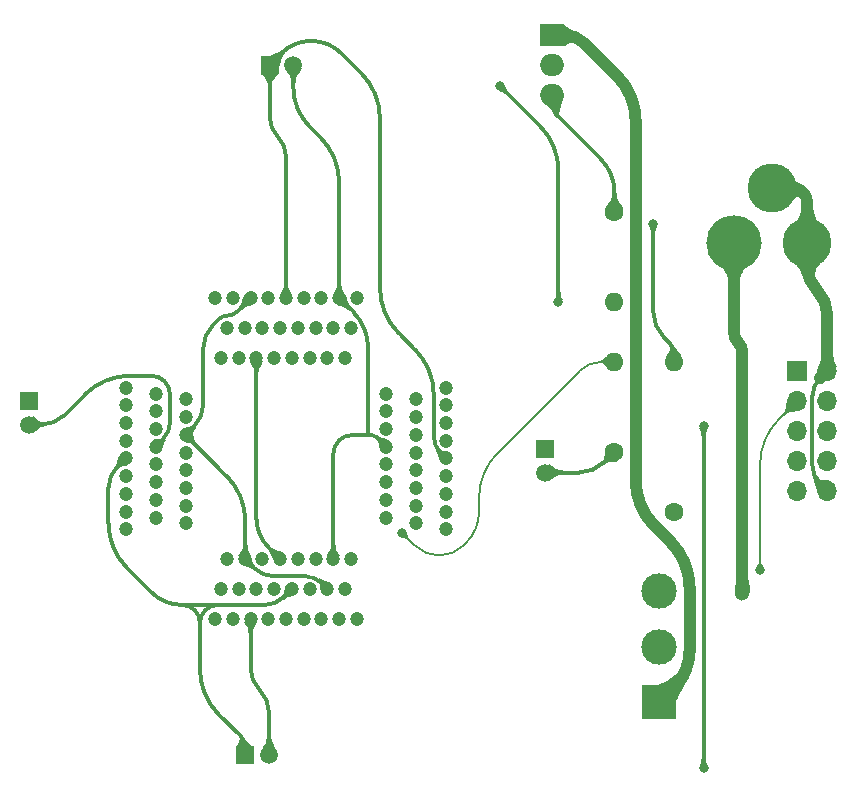
<source format=gbl>
%TF.GenerationSoftware,KiCad,Pcbnew,8.0.7*%
%TF.CreationDate,2025-02-09T12:46:03+02:00*%
%TF.ProjectId,EPM570 Programmer,45504d35-3730-4205-9072-6f6772616d6d,V0*%
%TF.SameCoordinates,Original*%
%TF.FileFunction,Copper,L2,Bot*%
%TF.FilePolarity,Positive*%
%FSLAX46Y46*%
G04 Gerber Fmt 4.6, Leading zero omitted, Abs format (unit mm)*
G04 Created by KiCad (PCBNEW 8.0.7) date 2025-02-09 12:46:03*
%MOMM*%
%LPD*%
G01*
G04 APERTURE LIST*
%TA.AperFunction,ComponentPad*%
%ADD10R,1.500000X1.500000*%
%TD*%
%TA.AperFunction,ComponentPad*%
%ADD11C,1.500000*%
%TD*%
%TA.AperFunction,ComponentPad*%
%ADD12C,4.700000*%
%TD*%
%TA.AperFunction,ComponentPad*%
%ADD13C,4.150000*%
%TD*%
%TA.AperFunction,ComponentPad*%
%ADD14R,3.000000X3.000000*%
%TD*%
%TA.AperFunction,ComponentPad*%
%ADD15C,3.000000*%
%TD*%
%TA.AperFunction,ComponentPad*%
%ADD16R,2.000000X1.905000*%
%TD*%
%TA.AperFunction,ComponentPad*%
%ADD17O,2.000000X1.905000*%
%TD*%
%TA.AperFunction,ComponentPad*%
%ADD18C,1.600000*%
%TD*%
%TA.AperFunction,ComponentPad*%
%ADD19O,1.600000X1.600000*%
%TD*%
%TA.AperFunction,ComponentPad*%
%ADD20R,1.700000X1.700000*%
%TD*%
%TA.AperFunction,ComponentPad*%
%ADD21O,1.700000X1.700000*%
%TD*%
%TA.AperFunction,ComponentPad*%
%ADD22C,1.200000*%
%TD*%
%TA.AperFunction,ViaPad*%
%ADD23C,0.800000*%
%TD*%
%TA.AperFunction,ViaPad*%
%ADD24C,1.300000*%
%TD*%
%TA.AperFunction,Conductor*%
%ADD25C,0.380000*%
%TD*%
%TA.AperFunction,Conductor*%
%ADD26C,1.000000*%
%TD*%
%TA.AperFunction,Conductor*%
%ADD27C,0.200000*%
%TD*%
G04 APERTURE END LIST*
D10*
%TO.P,C1,1*%
%TO.N,/VCCINT*%
X10356000Y20320000D03*
D11*
%TO.P,C1,2*%
%TO.N,/GND*%
X12356000Y20320000D03*
%TD*%
D12*
%TO.P,J2,INNER,VCC*%
%TO.N,/12V Socket*%
X49657000Y5207000D03*
D13*
%TO.P,J2,SHL1,GND*%
%TO.N,/GND*%
X52857000Y9907000D03*
%TO.P,J2,SHL2,GND*%
X55857000Y5207000D03*
%TD*%
D14*
%TO.P,S2,1,P1*%
%TO.N,/12V*%
X43344000Y-33638000D03*
D15*
%TO.P,S2,2,CM*%
%TO.N,/12V Socket*%
X43344000Y-28939000D03*
%TO.P,S2,3,P2*%
%TO.N,unconnected-(S2-P2-Pad3)*%
X43344000Y-24240000D03*
%TD*%
D16*
%TO.P,U1,1,IN*%
%TO.N,/12V*%
X34290000Y22860000D03*
D17*
%TO.P,U1,2,GND*%
%TO.N,/GND*%
X34290000Y20320000D03*
%TO.P,U1,3,OUT*%
%TO.N,/5V*%
X34290000Y17780000D03*
%TD*%
D18*
%TO.P,R1,1*%
%TO.N,Net-(J3-Pin_4)*%
X44614000Y-17509000D03*
D19*
%TO.P,R1,2*%
%TO.N,/5V*%
X44614000Y-4809000D03*
%TD*%
D10*
%TO.P,C3,1*%
%TO.N,/VCCIO*%
X33692000Y-12191000D03*
D11*
%TO.P,C3,2*%
%TO.N,/GND*%
X33692000Y-14191000D03*
%TD*%
D20*
%TO.P,J3,1,Pin_1*%
%TO.N,/TCK*%
X55028000Y-5571000D03*
D21*
%TO.P,J3,2,Pin_2*%
%TO.N,/GND*%
X57568000Y-5571000D03*
%TO.P,J3,3,Pin_3*%
%TO.N,/TDO*%
X55028000Y-8111000D03*
%TO.P,J3,4,Pin_4*%
%TO.N,Net-(J3-Pin_4)*%
X57568000Y-8111000D03*
%TO.P,J3,5,Pin_5*%
%TO.N,/TMS*%
X55028000Y-10651000D03*
%TO.P,J3,6,Pin_6*%
%TO.N,unconnected-(J3-Pin_6-Pad6)*%
X57568000Y-10651000D03*
%TO.P,J3,7,Pin_7*%
%TO.N,unconnected-(J3-Pin_7-Pad7)*%
X55028000Y-13191000D03*
%TO.P,J3,8,Pin_8*%
%TO.N,unconnected-(J3-Pin_8-Pad8)*%
X57568000Y-13191000D03*
%TO.P,J3,9,Pin_9*%
%TO.N,/TDI*%
X55028000Y-15731000D03*
%TO.P,J3,10,Pin_10*%
%TO.N,/GND*%
X57568000Y-15731000D03*
%TD*%
D18*
%TO.P,R2,1*%
%TO.N,/GND*%
X39534000Y-12429000D03*
D19*
%TO.P,R2,2*%
%TO.N,/TCK*%
X39534000Y-4809000D03*
%TD*%
D18*
%TO.P,R3,1*%
%TO.N,/5V*%
X39534000Y7891000D03*
D19*
%TO.P,R3,2*%
%TO.N,/TMS*%
X39534000Y271000D03*
%TD*%
D22*
%TO.P,J1,1,1*%
%TO.N,/IO1*%
X-1850000Y-7000000D03*
%TO.P,J1,2,2*%
%TO.N,/IO2*%
X690000Y-7500000D03*
%TO.P,J1,3,3*%
%TO.N,/IO3*%
X3230000Y-8000000D03*
%TO.P,J1,4,4*%
%TO.N,/IO4*%
X-1850000Y-8500000D03*
%TO.P,J1,5,5*%
%TO.N,/IO5*%
X690000Y-9000000D03*
%TO.P,J1,6,6*%
%TO.N,/IO6*%
X3230000Y-9500000D03*
%TO.P,J1,7,7*%
%TO.N,/IO7*%
X-1850000Y-10000000D03*
%TO.P,J1,8,8*%
%TO.N,/IO8*%
X690000Y-10500000D03*
%TO.P,J1,9,9*%
%TO.N,/VCCIO*%
X3230000Y-11000000D03*
%TO.P,J1,10,10*%
%TO.N,/GND*%
X-1850000Y-11500000D03*
%TO.P,J1,11,11*%
X690000Y-12000000D03*
%TO.P,J1,12,12*%
%TO.N,/IO12{slash}GCLK0*%
X3230000Y-12500000D03*
%TO.P,J1,13,13*%
%TO.N,/VCCINT*%
X-1850000Y-13000000D03*
%TO.P,J1,14,14*%
%TO.N,/IO14{slash}GCLK1*%
X690000Y-13500000D03*
%TO.P,J1,15,15*%
%TO.N,/IO15*%
X3230000Y-14000000D03*
%TO.P,J1,16,16*%
%TO.N,/IO16*%
X-1850000Y-14500000D03*
%TO.P,J1,17,17*%
%TO.N,/IO17*%
X690000Y-15000000D03*
%TO.P,J1,18,18*%
%TO.N,/IO18*%
X3230000Y-15500000D03*
%TO.P,J1,19,19*%
%TO.N,/IO19*%
X-1850000Y-16000000D03*
%TO.P,J1,20,20*%
%TO.N,/IO20*%
X690000Y-16500000D03*
%TO.P,J1,21,21*%
%TO.N,/IO21*%
X3230000Y-17000000D03*
%TO.P,J1,22,22*%
%TO.N,/TMS*%
X-1850000Y-17500000D03*
%TO.P,J1,23,23*%
%TO.N,/TDI*%
X690000Y-18000000D03*
%TO.P,J1,24,24*%
%TO.N,/TCK*%
X3230000Y-18500000D03*
%TO.P,J1,25,25*%
%TO.N,/TDO*%
X-1850000Y-19000000D03*
%TO.P,J1,26,26*%
%TO.N,/IO26*%
X5730000Y-26580000D03*
%TO.P,J1,27,27*%
%TO.N,/IO27*%
X6230000Y-24040000D03*
%TO.P,J1,28,28*%
%TO.N,/IO28*%
X6730000Y-21500000D03*
%TO.P,J1,29,29*%
%TO.N,/IO29*%
X7230000Y-26580000D03*
%TO.P,J1,30,30*%
%TO.N,/IO30*%
X7730000Y-24040000D03*
%TO.P,J1,31,31*%
%TO.N,/VCCIO*%
X8230000Y-21500000D03*
%TO.P,J1,32,32*%
%TO.N,/GND*%
X8730000Y-26580000D03*
%TO.P,J1,33,33*%
%TO.N,/IO33*%
X9230000Y-24040000D03*
%TO.P,J1,34,34*%
%TO.N,/IO34*%
X9730000Y-21500000D03*
%TO.P,J1,35,35*%
%TO.N,/IO35*%
X10230000Y-26580000D03*
%TO.P,J1,36,36*%
%TO.N,/IO36*%
X10730000Y-24040000D03*
%TO.P,J1,37,37*%
%TO.N,/GND*%
X11230000Y-21500000D03*
%TO.P,J1,38,38*%
%TO.N,/IO38*%
X11730000Y-26580000D03*
%TO.P,J1,39,39*%
%TO.N,/VCCINT*%
X12230000Y-24040000D03*
%TO.P,J1,40,40*%
%TO.N,/IO40*%
X12730000Y-21500000D03*
%TO.P,J1,41,41*%
%TO.N,/IO41*%
X13230000Y-26580000D03*
%TO.P,J1,42,42*%
%TO.N,/IO42*%
X13730000Y-24040000D03*
%TO.P,J1,43,43*%
%TO.N,/IO43{slash}DEV OE*%
X14230000Y-21500000D03*
%TO.P,J1,44,44*%
%TO.N,/IO44{slash}DEV CLR*%
X14730000Y-26580000D03*
%TO.P,J1,45,45*%
%TO.N,/VCCIO*%
X15230000Y-24040000D03*
%TO.P,J1,46,46*%
%TO.N,/GND*%
X15730000Y-21500000D03*
%TO.P,J1,47,47*%
%TO.N,/IO47*%
X16230000Y-26580000D03*
%TO.P,J1,48,48*%
%TO.N,/IO48*%
X16730000Y-24040000D03*
%TO.P,J1,49,49*%
%TO.N,/IO49*%
X17230000Y-21500000D03*
%TO.P,J1,50,50*%
%TO.N,/IO50*%
X17730000Y-26580000D03*
%TO.P,J1,51,51*%
%TO.N,/IO51*%
X25310000Y-19000000D03*
%TO.P,J1,52,52*%
%TO.N,/IO52*%
X22770000Y-18500000D03*
%TO.P,J1,53,53*%
%TO.N,/IO53*%
X20230000Y-18000000D03*
%TO.P,J1,54,54*%
%TO.N,/IO54*%
X25310000Y-17500000D03*
%TO.P,J1,55,55*%
%TO.N,/IO55*%
X22770000Y-17000000D03*
%TO.P,J1,56,56*%
%TO.N,/IO56*%
X20230000Y-16500000D03*
%TO.P,J1,57,57*%
%TO.N,/IO57*%
X25310000Y-16000000D03*
%TO.P,J1,58,58*%
%TO.N,/IO58*%
X22770000Y-15500000D03*
%TO.P,J1,59,59*%
%TO.N,/VCCIO*%
X20230000Y-15000000D03*
%TO.P,J1,60,60*%
%TO.N,/GND*%
X25310000Y-14500000D03*
%TO.P,J1,61,61*%
%TO.N,/IO61*%
X22770000Y-14000000D03*
%TO.P,J1,62,62*%
%TO.N,/IO62{slash}GCLK2*%
X20230000Y-13500000D03*
%TO.P,J1,63,63*%
%TO.N,/VCCINT*%
X25310000Y-13000000D03*
%TO.P,J1,64,64*%
%TO.N,/IO64{slash}GCLK3*%
X22770000Y-12500000D03*
%TO.P,J1,65,65*%
%TO.N,/GND*%
X20230000Y-12000000D03*
%TO.P,J1,66,66*%
%TO.N,/IO66*%
X25310000Y-11500000D03*
%TO.P,J1,67,67*%
%TO.N,/IO67*%
X22770000Y-11000000D03*
%TO.P,J1,68,68*%
%TO.N,/IO68*%
X20230000Y-10500000D03*
%TO.P,J1,69,69*%
%TO.N,/IO69*%
X25310000Y-10000000D03*
%TO.P,J1,70,70*%
%TO.N,/IO70*%
X22770000Y-9500000D03*
%TO.P,J1,71,71*%
%TO.N,/IO71*%
X20230000Y-9000000D03*
%TO.P,J1,72,72*%
%TO.N,/IO72*%
X25310000Y-8500000D03*
%TO.P,J1,73,73*%
%TO.N,/IO73*%
X22770000Y-8000000D03*
%TO.P,J1,74,74*%
%TO.N,/IO74*%
X20230000Y-7500000D03*
%TO.P,J1,75,75*%
%TO.N,/IO75*%
X25310000Y-7000000D03*
%TO.P,J1,76,76*%
%TO.N,/IO76*%
X17730000Y580000D03*
%TO.P,J1,77,77*%
%TO.N,/IO77*%
X17230000Y-1960000D03*
%TO.P,J1,78,78*%
%TO.N,/IO78*%
X16730000Y-4500000D03*
%TO.P,J1,79,79*%
%TO.N,/GND*%
X16230000Y580000D03*
%TO.P,J1,80,80*%
%TO.N,/VCCIO*%
X15730000Y-1960000D03*
%TO.P,J1,81,81*%
%TO.N,/IO81*%
X15230000Y-4500000D03*
%TO.P,J1,82,82*%
%TO.N,/IO82*%
X14730000Y580000D03*
%TO.P,J1,83,83*%
%TO.N,/IO83*%
X14230000Y-1960000D03*
%TO.P,J1,84,84*%
%TO.N,/IO84*%
X13730000Y-4500000D03*
%TO.P,J1,85,85*%
%TO.N,/IO85*%
X13230000Y580000D03*
%TO.P,J1,86,86*%
%TO.N,/IO86*%
X12730000Y-1960000D03*
%TO.P,J1,87,87*%
%TO.N,/IO87*%
X12230000Y-4500000D03*
%TO.P,J1,88,88*%
%TO.N,/VCCINT*%
X11730000Y580000D03*
%TO.P,J1,89,89*%
%TO.N,/IO89*%
X11230000Y-1960000D03*
%TO.P,J1,90,90*%
%TO.N,/IO90*%
X10730000Y-4500000D03*
%TO.P,J1,91,91*%
%TO.N,/IO91*%
X10230000Y580000D03*
%TO.P,J1,92,92*%
%TO.N,/IO92*%
X9730000Y-1960000D03*
%TO.P,J1,93,93*%
%TO.N,/GND*%
X9230000Y-4500000D03*
%TO.P,J1,94,94*%
%TO.N,/VCCIO*%
X8730000Y580000D03*
%TO.P,J1,95,95*%
%TO.N,/IO95*%
X8230000Y-1960000D03*
%TO.P,J1,96,96*%
%TO.N,/IO96*%
X7730000Y-4500000D03*
%TO.P,J1,97,97*%
%TO.N,/IO97*%
X7230000Y580000D03*
%TO.P,J1,98,98*%
%TO.N,/IO98*%
X6730000Y-1960000D03*
%TO.P,J1,99,99*%
%TO.N,/IO99*%
X6230000Y-4500000D03*
%TO.P,J1,100,100*%
%TO.N,/IO100*%
X5730000Y580000D03*
%TD*%
D10*
%TO.P,C2,1*%
%TO.N,/VCCINT*%
X8292000Y-38083000D03*
D11*
%TO.P,C2,2*%
%TO.N,/GND*%
X10292000Y-38083000D03*
%TD*%
D10*
%TO.P,C4,1*%
%TO.N,/VCCIO*%
X-9996000Y-8127000D03*
D11*
%TO.P,C4,2*%
%TO.N,/GND*%
X-9996000Y-10127000D03*
%TD*%
D23*
%TO.N,/3.3V*%
X29845000Y18542000D03*
X34798000Y254000D03*
X47085700Y-10287000D03*
%TO.N,/TDO*%
X51862000Y-22438300D03*
%TO.N,/TCK*%
X21542400Y-19287800D03*
%TO.N,/3.3V*%
X47085700Y-39224700D03*
%TO.N,/5V*%
X42813900Y6887400D03*
D24*
%TO.N,/12V Socket*%
X50376500Y-24385200D03*
%TD*%
D25*
%TO.N,/3.3V*%
X33204207Y15182792D02*
G75*
G02*
X34798010Y11335036I-3847807J-3847792D01*
G01*
%TO.N,/5V*%
X34290000Y17107900D02*
G75*
G03*
X34765245Y15960552I1622600J0D01*
G01*
X44192670Y-3195970D02*
G75*
G02*
X44614038Y-4213150I-1017170J-1017230D01*
G01*
X38366990Y12358809D02*
G75*
G02*
X39534005Y9541400I-2817390J-2817409D01*
G01*
X42813900Y-544337D02*
G75*
G03*
X43713961Y-2717239I3073000J37D01*
G01*
%TO.N,/VCCINT*%
X24243800Y-11179882D02*
G75*
G03*
X24776895Y-12466905I1820100J-18D01*
G01*
X10356000Y15888564D02*
G75*
G03*
X11043001Y14230001I2345550J-4D01*
G01*
X11550000Y-24720000D02*
G75*
G02*
X9908334Y-25400014I-1641700J1641700D01*
G01*
X7888348Y-36537648D02*
G75*
G02*
X8292022Y-37512150I-974548J-974552D01*
G01*
X19685000Y1445363D02*
G75*
G03*
X21278790Y-2402394I5441550J-3D01*
G01*
X4445000Y-26924000D02*
G75*
G03*
X2921000Y-25400000I-1524000J0D01*
G01*
X5969000Y-25400000D02*
G75*
G03*
X4445000Y-26924000I0J-1524000D01*
G01*
X-2576000Y-13726000D02*
G75*
G03*
X-3302000Y-15478719I1752726J-1752722D01*
G01*
X4445000Y-30840336D02*
G75*
G03*
X6038792Y-34688092I5441552J1D01*
G01*
X16420235Y21298764D02*
G75*
G03*
X13877500Y22351991I-2542735J-2542764D01*
G01*
X-3302000Y-18447036D02*
G75*
G03*
X-1708206Y-22294791I5441560J6D01*
G01*
X11043000Y14230000D02*
G75*
G02*
X11730015Y12571435I-1658600J-1658600D01*
G01*
X18091207Y19627792D02*
G75*
G02*
X19685001Y15780036I-3847767J-3847762D01*
G01*
X13824840Y22352000D02*
G75*
G03*
X11372000Y21336000I0J-3468840D01*
G01*
X22650007Y-3773607D02*
G75*
G02*
X24243811Y-7621363I-3847807J-3847793D01*
G01*
X319369Y-24322369D02*
G75*
G03*
X2921000Y-25399998I2601631J2601639D01*
G01*
X2921000Y-25400000D02*
X5969000Y-25400000D01*
%TO.N,/GND*%
X14636206Y14192792D02*
G75*
G02*
X16230003Y10345036I-3847756J-3847762D01*
G01*
X9230000Y-18085786D02*
G75*
G03*
X10229999Y-20500001I3414210J-4D01*
G01*
D26*
X55487000Y9537000D02*
G75*
G03*
X54593740Y9907017I-893300J-893300D01*
G01*
D25*
X-1450036Y-5990000D02*
G75*
G03*
X-5297792Y-7583792I1J-5441552D01*
G01*
D26*
X55487000Y9537000D02*
G75*
G02*
X55857017Y8643740I-893300J-893300D01*
G01*
X56712500Y1199500D02*
G75*
G02*
X57568017Y-865859I-2065400J-2065400D01*
G01*
D25*
X19439577Y-11209577D02*
G75*
G03*
X18953650Y-11008334I-485877J-485923D01*
G01*
X9511000Y-32625000D02*
G75*
G02*
X10292000Y-34510500I-1885500J-1885500D01*
G01*
X8730000Y-30739499D02*
G75*
G03*
X9511000Y-32625000I2666500J-1D01*
G01*
X18384350Y-11008300D02*
G75*
G03*
X18669000Y-10723650I-50J284700D01*
G01*
X18669000Y-10723650D02*
G75*
G03*
X18953650Y-11008300I284700J50D01*
G01*
X17347825Y-11008300D02*
G75*
G03*
X16203843Y-11482143I-25J-1617800D01*
G01*
X1441900Y-6453100D02*
G75*
G02*
X1904999Y-7571122I-1118020J-1118020D01*
G01*
X1441900Y-6453100D02*
G75*
G03*
X323877Y-5990001I-1118020J-1118020D01*
G01*
X17449500Y-639500D02*
G75*
G02*
X18668986Y-3583633I-2944100J-2944100D01*
G01*
X16203850Y-11482150D02*
G75*
G03*
X15730010Y-12626125I1143950J-1143950D01*
G01*
D26*
X55857000Y3264859D02*
G75*
G03*
X56712512Y1199512I2920900J41D01*
G01*
D25*
X12356000Y18396500D02*
G75*
G03*
X13716128Y15112889I4643700J0D01*
G01*
D26*
X57568000Y-4672974D02*
G75*
G02*
X56933008Y-6206008I-2168000J-26D01*
G01*
D25*
X56298000Y-13562974D02*
G75*
G03*
X56932992Y-15096008I2168000J-26D01*
G01*
X56933000Y-6206000D02*
G75*
G03*
X56298011Y-7739025I1533000J-1533000D01*
G01*
X38653000Y-13310000D02*
G75*
G02*
X36526077Y-14190991I-2126900J2126900D01*
G01*
X1905000Y-9925865D02*
G75*
G02*
X1297500Y-11392500I-2074146J4D01*
G01*
X-7079092Y-9365092D02*
G75*
G02*
X-8918500Y-10127000I-1839410J1839411D01*
G01*
X18953650Y-11008300D02*
X18384350Y-11008300D01*
D26*
X55857000Y6783000D02*
X55857000Y3631000D01*
D25*
%TO.N,/VCCIO*%
X14697600Y-23507600D02*
G75*
G03*
X13412272Y-22975211I-1285300J-1285300D01*
G01*
X6686107Y-14456107D02*
G75*
G02*
X8279904Y-18303863I-3847757J-3847763D01*
G01*
X6806800Y-893800D02*
G75*
G03*
X6039636Y-1211583I0J-1084900D01*
G01*
X8992550Y-22262550D02*
G75*
G03*
X10713039Y-22975200I1720490J1720490D01*
G01*
X7573973Y-576026D02*
G75*
G02*
X6806800Y-893813I-767173J767126D01*
G01*
X4711300Y-8471262D02*
G75*
G02*
X3970649Y-10259349I-2528740J2D01*
G01*
X5534350Y-1716850D02*
G75*
G03*
X4711304Y-3703868I1987010J-1987010D01*
G01*
D26*
%TO.N,/12V*%
X41335700Y-14857936D02*
G75*
G03*
X42929490Y-18705694I5441550J-4D01*
G01*
X36999407Y22152292D02*
G75*
G03*
X35290850Y22860025I-1708607J-1708592D01*
G01*
X44300207Y-20076407D02*
G75*
G02*
X45894011Y-23924163I-3847807J-3847793D01*
G01*
X45894000Y-29284877D02*
G75*
G02*
X44619007Y-32363007I-4353100J-23D01*
G01*
X39741907Y19409792D02*
G75*
G02*
X41335710Y15562036I-3847807J-3847792D01*
G01*
%TO.N,/12V Socket*%
X49657000Y-2327736D02*
G75*
G03*
X50016761Y-3196239I1228300J36D01*
G01*
X50016750Y-3196250D02*
G75*
G02*
X50376515Y-4064763I-868550J-868550D01*
G01*
D27*
%TO.N,/TCK*%
X38444500Y-4809000D02*
G75*
G03*
X36584605Y-5579390I0J-2630300D01*
G01*
X26772225Y-20344774D02*
G75*
G02*
X24685800Y-21208985I-2086425J2086474D01*
G01*
X22599374Y-20344774D02*
G75*
G03*
X24685800Y-21208986I2086426J2086474D01*
G01*
X29660792Y-12503207D02*
G75*
G03*
X28066959Y-16350963I3847708J-3847793D01*
G01*
X28067000Y-17523356D02*
G75*
G02*
X26987503Y-20129503I-3685650J-4D01*
G01*
%TO.N,/TDO*%
X53445000Y-9694000D02*
G75*
G03*
X51862000Y-13515700I3821700J-3821700D01*
G01*
D25*
%TO.N,/3.3V*%
X33204207Y15182792D02*
X29845000Y18542000D01*
X34798000Y254000D02*
X34798000Y11335036D01*
X47085700Y-10287000D02*
X47085700Y-39224700D01*
%TO.N,/VCCIO*%
X7573973Y-576026D02*
X8730000Y580000D01*
X14697600Y-23507600D02*
X15230000Y-24040000D01*
X6039626Y-1211573D02*
X5534350Y-1716850D01*
X6686107Y-14456107D02*
X3230000Y-11000000D01*
X4711300Y-8471262D02*
X4711300Y-3703868D01*
X3230000Y-11000000D02*
X3970650Y-10259350D01*
X8992550Y-22262550D02*
X8279900Y-21549900D01*
X13412272Y-22975200D02*
X10713039Y-22975200D01*
X8279900Y-18303863D02*
X8279900Y-21549900D01*
%TO.N,/GND*%
X9230000Y-18085786D02*
X9230000Y-4500000D01*
X56298000Y-13562974D02*
X56298000Y-7739025D01*
X18669000Y-10723650D02*
X18669000Y-3583633D01*
X38653000Y-13310000D02*
X39534000Y-12429000D01*
X-8918500Y-10127000D02*
X-9996000Y-10127000D01*
X56933000Y-15096000D02*
X57568000Y-15731000D01*
X18384350Y-11008300D02*
X17347825Y-11008300D01*
X1297500Y-11392500D02*
X690000Y-12000000D01*
X8730000Y-30739499D02*
X8730000Y-26580000D01*
X10292000Y-34510500D02*
X10292000Y-38083000D01*
X16230000Y10345036D02*
X16230000Y580000D01*
X12356000Y18396500D02*
X12356000Y20320000D01*
X-1450036Y-5990000D02*
X323877Y-5990000D01*
D26*
X54593740Y9907000D02*
X52857000Y9907000D01*
D25*
X15730000Y-12626125D02*
X15730000Y-21500000D01*
D26*
X55857000Y8643740D02*
X55857000Y6783000D01*
D25*
X1905000Y-7571122D02*
X1905000Y-9925865D01*
X17449500Y-639500D02*
X16230000Y580000D01*
D26*
X57568000Y-865859D02*
X57568000Y-4672974D01*
D25*
X36526077Y-14191000D02*
X33692000Y-14191000D01*
X-5297792Y-7583792D02*
X-7079092Y-9365092D01*
X19439577Y-11209577D02*
X20230000Y-12000000D01*
X14636206Y14192792D02*
X13716119Y15112880D01*
X10230000Y-20500000D02*
X11230000Y-21500000D01*
D26*
X55857000Y3631000D02*
X55857000Y3264859D01*
D27*
%TO.N,/TDO*%
X51862000Y-13515700D02*
X51862000Y-22438300D01*
X53445000Y-9694000D02*
X55028000Y-8111000D01*
%TO.N,/TCK*%
X21542400Y-19287800D02*
X22599374Y-20344774D01*
X26772225Y-20344774D02*
X26987500Y-20129500D01*
X36584607Y-5579392D02*
X29660792Y-12503207D01*
X38444500Y-4809000D02*
X39534000Y-4809000D01*
X28067000Y-16350963D02*
X28067000Y-17523356D01*
D25*
%TO.N,/VCCINT*%
X7888348Y-36537648D02*
X6038792Y-34688092D01*
X11730000Y12571435D02*
X11730000Y580000D01*
X13877500Y22352000D02*
X13824840Y22352000D01*
X11550000Y-24720000D02*
X12230000Y-24040000D01*
X-1708207Y-22294792D02*
X319369Y-24322369D01*
X9908334Y-25400000D02*
X5969000Y-25400000D01*
X11372000Y21336000D02*
X10356000Y20320000D01*
X24776900Y-12466900D02*
X25310000Y-13000000D01*
X10356000Y15888564D02*
X10356000Y20320000D01*
X-3302000Y-15478719D02*
X-3302000Y-18447036D01*
X8292000Y-37512150D02*
X8292000Y-38083000D01*
X19685000Y1445363D02*
X19685000Y15780036D01*
X4445000Y-26924000D02*
X4445000Y-30840336D01*
X21278792Y-2402392D02*
X22650007Y-3773607D01*
X-2576000Y-13726000D02*
X-1850000Y-13000000D01*
X24243800Y-11179882D02*
X24243800Y-7621363D01*
X16420235Y21298764D02*
X18091207Y19627792D01*
%TO.N,/5V*%
X44192670Y-3195970D02*
X43713950Y-2717250D01*
X34765246Y15960553D02*
X38366990Y12358809D01*
X42813900Y6887400D02*
X42813900Y-544337D01*
X39534000Y9541400D02*
X39534000Y7891000D01*
D26*
%TO.N,/12V Socket*%
X49657000Y-2327736D02*
X49657000Y5207000D01*
X50376500Y-24385200D02*
X50376500Y-4064763D01*
%TO.N,/12V*%
X35290850Y22860000D02*
X34290000Y22860000D01*
X45894000Y-23924163D02*
X45894000Y-29284877D01*
X44619000Y-32363000D02*
X43344000Y-33638000D01*
X42929492Y-18705692D02*
X44300207Y-20076407D01*
X36999407Y22152292D02*
X39741907Y19409792D01*
X41335700Y-14857936D02*
X41335700Y15562036D01*
%TD*%
%TA.AperFunction,Conductor*%
%TO.N,/5V*%
G36*
X35257963Y17596784D02*
G01*
X35265451Y17591874D01*
X35267275Y17583106D01*
X35266710Y17581115D01*
X35193589Y17389647D01*
X35115481Y17139368D01*
X35115480Y17139363D01*
X35037371Y16843339D01*
X34959259Y16501545D01*
X34881875Y16117605D01*
X34878535Y16111502D01*
X34752223Y15989486D01*
X34618255Y15860076D01*
X34609926Y15856794D01*
X34601713Y15860363D01*
X34600200Y15862302D01*
X34376383Y16221682D01*
X34144918Y16547591D01*
X33913454Y16827750D01*
X33681989Y17062159D01*
X33463129Y17240545D01*
X33458882Y17248427D01*
X33461453Y17257005D01*
X33464273Y17259504D01*
X34285405Y17778254D01*
X34293837Y17779858D01*
X35257963Y17596784D01*
G37*
%TD.AperFunction*%
%TD*%
%TA.AperFunction,Conductor*%
%TO.N,/5V*%
G36*
X44438007Y-3184365D02*
G01*
X44438259Y-3184725D01*
X44612022Y-3443785D01*
X44612462Y-3444494D01*
X44727656Y-3645940D01*
X44827493Y-3819864D01*
X44961568Y-4005718D01*
X44961572Y-4005722D01*
X44961574Y-4005725D01*
X45172113Y-4235067D01*
X45175183Y-4243479D01*
X45171777Y-4251242D01*
X44620118Y-4804263D01*
X44611849Y-4807700D01*
X44607351Y-4806806D01*
X44298639Y-4678697D01*
X43886666Y-4507737D01*
X43880339Y-4501402D01*
X43880345Y-4492448D01*
X43880759Y-4491555D01*
X44015744Y-4231484D01*
X44016270Y-4230578D01*
X44152094Y-4019869D01*
X44242578Y-3834146D01*
X44246787Y-3638605D01*
X44128614Y-3406907D01*
X44127909Y-3397981D01*
X44132159Y-3392129D01*
X44421666Y-3181776D01*
X44430372Y-3179686D01*
X44438007Y-3184365D01*
G37*
%TD.AperFunction*%
%TD*%
%TA.AperFunction,Conductor*%
%TO.N,/VCCINT*%
G36*
X8147700Y-36546338D02*
G01*
X8147938Y-36546679D01*
X8290217Y-36757932D01*
X8292882Y-36761889D01*
X8444599Y-36954160D01*
X8596316Y-37113435D01*
X8748033Y-37239715D01*
X8854104Y-37304934D01*
X8888409Y-37326027D01*
X8893662Y-37333280D01*
X8892248Y-37342122D01*
X8891379Y-37343351D01*
X8300764Y-38073696D01*
X8292897Y-38077974D01*
X8284309Y-38075437D01*
X8283392Y-38074611D01*
X7549253Y-37340255D01*
X7545827Y-37331981D01*
X7548244Y-37324864D01*
X7600348Y-37256976D01*
X7658696Y-37161662D01*
X7717043Y-37047058D01*
X7775391Y-36913164D01*
X7832501Y-36763230D01*
X7836554Y-36757935D01*
X8131358Y-36543748D01*
X8140064Y-36541659D01*
X8147700Y-36546338D01*
G37*
%TD.AperFunction*%
%TD*%
%TA.AperFunction,Conductor*%
%TO.N,/GND*%
G36*
X54837375Y10504254D02*
G01*
X54840107Y10502233D01*
X54961930Y10381041D01*
X55213493Y10265440D01*
X55213619Y10265381D01*
X55529183Y10115801D01*
X55530966Y10114754D01*
X55850326Y9886976D01*
X55852872Y9884498D01*
X56110269Y9543354D01*
X56112516Y9534686D01*
X56107976Y9526967D01*
X56106244Y9525884D01*
X55236479Y9082702D01*
X55234246Y9081564D01*
X55225319Y9080862D01*
X55221820Y9082700D01*
X55067724Y9200795D01*
X54873899Y9113395D01*
X54678370Y8912151D01*
X54563148Y8759308D01*
X54513288Y8693170D01*
X54418411Y8562988D01*
X54410769Y8558320D01*
X54402065Y8560424D01*
X54401281Y8561048D01*
X52872476Y9894001D01*
X52868493Y9902020D01*
X52871347Y9910508D01*
X52876775Y9914017D01*
X54828464Y10505136D01*
X54837375Y10504254D01*
G37*
%TD.AperFunction*%
%TD*%
%TA.AperFunction,Conductor*%
%TO.N,/GND*%
G36*
X55863302Y5194478D02*
G01*
X55868168Y5190250D01*
X56975951Y3485654D01*
X56977586Y3476849D01*
X56973563Y3470234D01*
X56853958Y3372093D01*
X56853952Y3372088D01*
X56739690Y3240237D01*
X56698576Y3192795D01*
X56698574Y3192793D01*
X56698574Y3192792D01*
X56563315Y2950588D01*
X56563314Y2950584D01*
X56495977Y2657080D01*
X56542980Y2333418D01*
X56540777Y2324739D01*
X56535265Y2320694D01*
X55611580Y1997475D01*
X55602642Y1997977D01*
X55596675Y2004654D01*
X55596667Y2004674D01*
X55462999Y2392589D01*
X55339521Y2741332D01*
X55223365Y3025308D01*
X55107845Y3230006D01*
X54992626Y3335121D01*
X54988824Y3343227D01*
X54989907Y3348704D01*
X55847754Y5188818D01*
X55854355Y5194868D01*
X55863302Y5194478D01*
G37*
%TD.AperFunction*%
%TD*%
%TA.AperFunction,Conductor*%
%TO.N,/GND*%
G36*
X58064702Y-3874542D02*
G01*
X58068128Y-3882685D01*
X58071881Y-4221352D01*
X58091060Y-4471444D01*
X58136830Y-4683872D01*
X58220464Y-4921086D01*
X58220475Y-4921116D01*
X58275999Y-5056811D01*
X58348890Y-5234948D01*
X58348851Y-5243903D01*
X58342550Y-5250184D01*
X57572489Y-5570134D01*
X57563534Y-5570143D01*
X57563511Y-5570134D01*
X56793449Y-5250184D01*
X56787124Y-5243845D01*
X56787109Y-5234948D01*
X56915524Y-4921116D01*
X56999172Y-4683860D01*
X57044938Y-4471444D01*
X57064116Y-4221364D01*
X57067872Y-3882685D01*
X57071390Y-3874451D01*
X57079571Y-3871115D01*
X58056429Y-3871115D01*
X58064702Y-3874542D01*
G37*
%TD.AperFunction*%
%TD*%
%TA.AperFunction,Conductor*%
%TO.N,/12V*%
G36*
X44967060Y-31069693D02*
G01*
X45815515Y-31559548D01*
X45820966Y-31566653D01*
X45819798Y-31575531D01*
X45819609Y-31575846D01*
X45629581Y-31882365D01*
X45433174Y-32229176D01*
X45236786Y-32605955D01*
X45040397Y-33012733D01*
X44846692Y-33443543D01*
X44840174Y-33449683D01*
X44837486Y-33450353D01*
X43356582Y-33637215D01*
X43347945Y-33634851D01*
X43343509Y-33627072D01*
X43343417Y-33625681D01*
X43342306Y-33450353D01*
X43334041Y-32145445D01*
X43337416Y-32137151D01*
X43340719Y-32134804D01*
X43659184Y-31983517D01*
X43984374Y-31799034D01*
X44309565Y-31584551D01*
X44634755Y-31340068D01*
X44953667Y-31070885D01*
X44962198Y-31068169D01*
X44967060Y-31069693D01*
G37*
%TD.AperFunction*%
%TD*%
%TA.AperFunction,Conductor*%
%TO.N,/3.3V*%
G36*
X30212462Y18690507D02*
G01*
X30218780Y18684160D01*
X30218869Y18683938D01*
X30275448Y18538028D01*
X30275503Y18537882D01*
X30318011Y18423752D01*
X30363156Y18329600D01*
X30431848Y18232817D01*
X30431848Y18232816D01*
X30537380Y18118926D01*
X30540490Y18110529D01*
X30537071Y18102701D01*
X30284298Y17849927D01*
X30276025Y17846500D01*
X30268075Y17849616D01*
X30154180Y17955151D01*
X30057399Y18023840D01*
X29963255Y18068983D01*
X29849010Y18111535D01*
X29703060Y18168130D01*
X29696586Y18174317D01*
X29696382Y18183269D01*
X29696471Y18183491D01*
X29716770Y18232817D01*
X29842436Y18538195D01*
X29848754Y18544542D01*
X29848804Y18544563D01*
X30203508Y18690528D01*
X30212462Y18690507D01*
G37*
%TD.AperFunction*%
%TD*%
%TA.AperFunction,Conductor*%
%TO.N,/3.3V*%
G36*
X34985010Y1050573D02*
G01*
X34988429Y1042745D01*
X34994340Y887580D01*
X35014202Y770585D01*
X35048853Y672089D01*
X35048858Y672076D01*
X35099483Y561362D01*
X35099548Y561219D01*
X35162732Y417998D01*
X35162936Y409046D01*
X35156749Y402571D01*
X35156558Y402489D01*
X34802499Y254875D01*
X34793550Y254855D01*
X34439468Y402478D01*
X34433152Y408824D01*
X34433173Y417778D01*
X34433248Y417954D01*
X34496450Y561219D01*
X34512192Y595648D01*
X34547139Y672076D01*
X34547144Y672089D01*
X34581795Y770585D01*
X34601657Y887580D01*
X34601657Y887581D01*
X34601658Y887587D01*
X34607571Y1042746D01*
X34611311Y1050882D01*
X34619263Y1054000D01*
X34976737Y1054000D01*
X34985010Y1050573D01*
G37*
%TD.AperFunction*%
%TD*%
%TA.AperFunction,Conductor*%
%TO.N,/3.3V*%
G36*
X47444229Y-10435477D02*
G01*
X47450547Y-10441824D01*
X47450526Y-10450778D01*
X47450432Y-10450999D01*
X47387258Y-10594195D01*
X47387193Y-10594337D01*
X47336558Y-10705076D01*
X47336553Y-10705089D01*
X47301902Y-10803585D01*
X47282040Y-10920580D01*
X47276129Y-11075745D01*
X47272389Y-11083882D01*
X47264437Y-11087000D01*
X46906963Y-11087000D01*
X46898690Y-11083573D01*
X46895271Y-11075746D01*
X46895271Y-11075745D01*
X46889358Y-10920587D01*
X46869494Y-10803582D01*
X46834845Y-10705091D01*
X46834843Y-10705087D01*
X46834839Y-10705076D01*
X46784204Y-10594338D01*
X46784139Y-10594195D01*
X46720966Y-10450996D01*
X46720763Y-10442046D01*
X46726950Y-10435571D01*
X46727099Y-10435506D01*
X47081200Y-10287875D01*
X47090149Y-10287855D01*
X47444229Y-10435477D01*
G37*
%TD.AperFunction*%
%TD*%
%TA.AperFunction,Conductor*%
%TO.N,/3.3V*%
G36*
X47272710Y-38428127D02*
G01*
X47276129Y-38435955D01*
X47282040Y-38591118D01*
X47301902Y-38708112D01*
X47336553Y-38806608D01*
X47336558Y-38806621D01*
X47387183Y-38917336D01*
X47387248Y-38917479D01*
X47450432Y-39060701D01*
X47450636Y-39069653D01*
X47444449Y-39076128D01*
X47444229Y-39076222D01*
X47090202Y-39223823D01*
X47081248Y-39223844D01*
X47081198Y-39223823D01*
X46727170Y-39076222D01*
X46720852Y-39069875D01*
X46720873Y-39060921D01*
X46720936Y-39060771D01*
X46784150Y-38917479D01*
X46834845Y-38806607D01*
X46869494Y-38708116D01*
X46889358Y-38591112D01*
X46895271Y-38435953D01*
X46899011Y-38427818D01*
X46906963Y-38424700D01*
X47264437Y-38424700D01*
X47272710Y-38428127D01*
G37*
%TD.AperFunction*%
%TD*%
%TA.AperFunction,Conductor*%
%TO.N,/VCCIO*%
G36*
X8187129Y804884D02*
G01*
X8726207Y582562D01*
X8732548Y576240D01*
X8732562Y576207D01*
X8954884Y37129D01*
X8954870Y28174D01*
X8948529Y21852D01*
X8947909Y21617D01*
X8873022Y-4336D01*
X8713295Y-59692D01*
X8712231Y-60005D01*
X8526099Y-105311D01*
X8526091Y-105313D01*
X8484543Y-117310D01*
X8368448Y-150833D01*
X8208740Y-236618D01*
X8208732Y-236624D01*
X8024051Y-395786D01*
X8015547Y-398591D01*
X8008140Y-395196D01*
X7754803Y-141858D01*
X7751376Y-133585D01*
X7754211Y-125950D01*
X7913374Y58734D01*
X7913374Y58735D01*
X7913379Y58741D01*
X7999165Y218448D01*
X7999166Y218451D01*
X8044685Y376091D01*
X8089993Y562237D01*
X8090305Y563295D01*
X8094792Y576240D01*
X8171613Y797899D01*
X8177560Y804594D01*
X8186499Y805123D01*
X8187129Y804884D01*
G37*
%TD.AperFunction*%
%TD*%
%TA.AperFunction,Conductor*%
%TO.N,/VCCIO*%
G36*
X14528361Y-23120404D02*
G01*
X14739611Y-23232188D01*
X14790658Y-23252910D01*
X14904348Y-23299062D01*
X15052586Y-23344456D01*
X15052587Y-23344457D01*
X15052588Y-23344457D01*
X15223988Y-23396981D01*
X15224683Y-23397218D01*
X15326158Y-23435425D01*
X15448315Y-23481419D01*
X15454850Y-23487542D01*
X15455142Y-23496492D01*
X15455009Y-23496829D01*
X15232720Y-24036000D01*
X15226398Y-24042342D01*
X15226366Y-24042355D01*
X14687739Y-24264630D01*
X14678784Y-24264618D01*
X14672461Y-24258278D01*
X14672038Y-24257072D01*
X14611265Y-24047386D01*
X14610873Y-24045404D01*
X14591084Y-23864851D01*
X14591084Y-23864847D01*
X14579721Y-23787077D01*
X14568801Y-23712337D01*
X14568800Y-23712335D01*
X14568800Y-23712334D01*
X14496962Y-23576313D01*
X14336390Y-23450483D01*
X14331993Y-23442684D01*
X14333474Y-23435426D01*
X14512756Y-23124894D01*
X14519861Y-23119444D01*
X14528361Y-23120404D01*
G37*
%TD.AperFunction*%
%TD*%
%TA.AperFunction,Conductor*%
%TO.N,/VCCIO*%
G36*
X3781825Y-10775129D02*
G01*
X3788147Y-10781470D01*
X3788386Y-10782100D01*
X3869692Y-11016703D01*
X3870005Y-11017767D01*
X3915313Y-11203907D01*
X3938484Y-11284151D01*
X3960833Y-11361549D01*
X4046618Y-11521257D01*
X4046624Y-11521265D01*
X4205786Y-11705948D01*
X4208591Y-11714451D01*
X4205196Y-11721858D01*
X3951858Y-11975196D01*
X3943585Y-11978623D01*
X3935948Y-11975786D01*
X3751265Y-11816624D01*
X3751257Y-11816618D01*
X3591549Y-11730833D01*
X3505364Y-11705947D01*
X3433907Y-11685313D01*
X3377552Y-11671596D01*
X3247767Y-11640005D01*
X3246703Y-11639692D01*
X3012100Y-11558386D01*
X3005405Y-11552439D01*
X3004876Y-11543500D01*
X3005115Y-11542870D01*
X3227437Y-11003791D01*
X3233759Y-10997451D01*
X3772871Y-10775115D01*
X3781825Y-10775129D01*
G37*
%TD.AperFunction*%
%TD*%
%TA.AperFunction,Conductor*%
%TO.N,/VCCIO*%
G36*
X3841863Y-10134401D02*
G01*
X4099377Y-10384242D01*
X4102929Y-10392462D01*
X4100359Y-10399957D01*
X3969898Y-10562719D01*
X3969897Y-10562721D01*
X3907854Y-10706355D01*
X3907853Y-10706360D01*
X3882098Y-10848259D01*
X3853991Y-11013286D01*
X3853592Y-11014914D01*
X3788216Y-11217557D01*
X3782414Y-11224379D01*
X3773489Y-11225100D01*
X3772620Y-11224781D01*
X3233803Y-11002572D01*
X3227462Y-10996250D01*
X3227448Y-10996217D01*
X3166427Y-10848261D01*
X3005248Y-10457451D01*
X3005261Y-10448497D01*
X3011603Y-10442175D01*
X3012522Y-10441840D01*
X3214783Y-10377963D01*
X3216500Y-10377562D01*
X3382552Y-10351986D01*
X3382564Y-10351983D01*
X3382616Y-10351976D01*
X3525243Y-10328401D01*
X3525250Y-10328399D01*
X3667796Y-10266800D01*
X3826195Y-10133836D01*
X3834733Y-10131142D01*
X3841863Y-10134401D01*
G37*
%TD.AperFunction*%
%TD*%
%TA.AperFunction,Conductor*%
%TO.N,/VCCIO*%
G36*
X8781568Y-21275234D02*
G01*
X8787890Y-21281576D01*
X8788211Y-21282451D01*
X8855435Y-21491204D01*
X8855828Y-21492805D01*
X8885134Y-21663045D01*
X8912964Y-21808940D01*
X8979441Y-21954879D01*
X8979442Y-21954880D01*
X8979443Y-21954881D01*
X8979444Y-21954883D01*
X9067197Y-22058261D01*
X9117986Y-22118093D01*
X9120727Y-22126618D01*
X9117463Y-22133812D01*
X8867693Y-22391229D01*
X8859472Y-22394781D01*
X8851928Y-22392171D01*
X8850766Y-22391229D01*
X8684251Y-22256236D01*
X8684249Y-22256235D01*
X8537216Y-22189330D01*
X8537208Y-22189328D01*
X8392205Y-22159306D01*
X8392195Y-22159304D01*
X8392180Y-22159301D01*
X8275830Y-22137368D01*
X8222973Y-22127405D01*
X8221486Y-22127022D01*
X8012353Y-22058261D01*
X8005564Y-22052421D01*
X8004892Y-22043492D01*
X8005185Y-22042699D01*
X8227428Y-21503801D01*
X8233749Y-21497462D01*
X8772614Y-21275221D01*
X8781568Y-21275234D01*
G37*
%TD.AperFunction*%
%TD*%
%TA.AperFunction,Conductor*%
%TO.N,/VCCIO*%
G36*
X8467118Y-20313353D02*
G01*
X8470526Y-20320963D01*
X8484035Y-20559028D01*
X8484037Y-20559040D01*
X8524883Y-20731843D01*
X8524885Y-20731848D01*
X8524886Y-20731851D01*
X8526211Y-20734782D01*
X8590109Y-20876154D01*
X8677220Y-21039459D01*
X8677511Y-21040044D01*
X8779205Y-21259343D01*
X8779577Y-21268290D01*
X8773513Y-21274879D01*
X8773085Y-21275067D01*
X8234494Y-21499130D01*
X8225539Y-21499144D01*
X8225506Y-21499130D01*
X7687342Y-21275245D01*
X7681020Y-21268904D01*
X7681034Y-21259949D01*
X7681402Y-21259151D01*
X7795241Y-21035879D01*
X7796058Y-21034516D01*
X7907940Y-20874193D01*
X8001731Y-20734784D01*
X8066033Y-20564257D01*
X8070515Y-20516494D01*
X8088905Y-20320533D01*
X8093090Y-20312616D01*
X8100554Y-20309926D01*
X8458845Y-20309926D01*
X8467118Y-20313353D01*
G37*
%TD.AperFunction*%
%TD*%
%TA.AperFunction,Conductor*%
%TO.N,/GND*%
G36*
X9772885Y-4724849D02*
G01*
X9779207Y-4731190D01*
X9779193Y-4740145D01*
X9778917Y-4740759D01*
X9670520Y-4964140D01*
X9669989Y-4965114D01*
X9570407Y-5128769D01*
X9491123Y-5272432D01*
X9438849Y-5446034D01*
X9420804Y-5689166D01*
X9416774Y-5697163D01*
X9409136Y-5700000D01*
X9050864Y-5700000D01*
X9042591Y-5696573D01*
X9039196Y-5689166D01*
X9021149Y-5446034D01*
X9021149Y-5446032D01*
X8968875Y-5272430D01*
X8889594Y-5128774D01*
X8790008Y-4965114D01*
X8789477Y-4964140D01*
X8681082Y-4740759D01*
X8680553Y-4731820D01*
X8686500Y-4725125D01*
X8687086Y-4724861D01*
X9225507Y-4500868D01*
X9234458Y-4500855D01*
X9772885Y-4724849D01*
G37*
%TD.AperFunction*%
%TD*%
%TA.AperFunction,Conductor*%
%TO.N,/GND*%
G36*
X38807084Y-12127885D02*
G01*
X39530287Y-12426521D01*
X39536625Y-12432846D01*
X39536636Y-12432871D01*
X39835321Y-13156414D01*
X39835310Y-13165368D01*
X39828970Y-13171693D01*
X39828118Y-13172007D01*
X39541375Y-13265063D01*
X39539659Y-13265479D01*
X39312161Y-13302848D01*
X39312006Y-13302873D01*
X39277277Y-13308099D01*
X39114390Y-13332614D01*
X39114387Y-13332614D01*
X39114387Y-13332615D01*
X38907327Y-13406489D01*
X38659527Y-13570497D01*
X38650737Y-13572205D01*
X38643923Y-13568035D01*
X38420006Y-13287249D01*
X38417527Y-13278644D01*
X38420642Y-13271926D01*
X38613741Y-13067270D01*
X38686398Y-12870246D01*
X38697143Y-12663596D01*
X38711402Y-12423912D01*
X38711806Y-12421490D01*
X38791358Y-12135567D01*
X38796877Y-12128516D01*
X38805766Y-12127432D01*
X38807084Y-12127885D01*
G37*
%TD.AperFunction*%
%TD*%
%TA.AperFunction,Conductor*%
%TO.N,/GND*%
G36*
X-9698830Y-9440138D02*
G01*
X-9697434Y-9440831D01*
X-9479631Y-9567926D01*
X-9477412Y-9569606D01*
X-9327959Y-9713925D01*
X-9327848Y-9714033D01*
X-9201128Y-9842294D01*
X-9041852Y-9925685D01*
X-8803794Y-9935870D01*
X-8795678Y-9939646D01*
X-8792672Y-9946245D01*
X-8752430Y-10303405D01*
X-8754909Y-10312009D01*
X-8761576Y-10316148D01*
X-8922586Y-10351072D01*
X-9009481Y-10369920D01*
X-9009482Y-10369920D01*
X-9176759Y-10458523D01*
X-9176762Y-10458525D01*
X-9263893Y-10530864D01*
X-9310587Y-10569630D01*
X-9310851Y-10569842D01*
X-9468076Y-10692869D01*
X-9469836Y-10694008D01*
X-9609227Y-10767391D01*
X-9697650Y-10813942D01*
X-9706567Y-10814764D01*
X-9713453Y-10809039D01*
X-9713904Y-10808080D01*
X-9995126Y-10131600D01*
X-9995137Y-10122645D01*
X-9995126Y-10122619D01*
X-9714124Y-9446452D01*
X-9707785Y-9440127D01*
X-9698830Y-9440138D01*
G37*
%TD.AperFunction*%
%TD*%
%TA.AperFunction,Conductor*%
%TO.N,/GND*%
G36*
X56681707Y-14414668D02*
G01*
X56841791Y-14673959D01*
X56841792Y-14673960D01*
X56841793Y-14673961D01*
X57037732Y-14788373D01*
X57272692Y-14822852D01*
X57546657Y-14849987D01*
X57554055Y-14850720D01*
X57556063Y-14851098D01*
X57880596Y-14942143D01*
X57887636Y-14947677D01*
X57888701Y-14956568D01*
X57888249Y-14957876D01*
X57570238Y-15727430D01*
X57563911Y-15733768D01*
X57563890Y-15733777D01*
X56793955Y-16051634D01*
X56785000Y-16051623D01*
X56778675Y-16045284D01*
X56778516Y-16044875D01*
X56648670Y-15691094D01*
X56648336Y-15690025D01*
X56578468Y-15422294D01*
X56578343Y-15421757D01*
X56529700Y-15185865D01*
X56459620Y-14917317D01*
X56329271Y-14562152D01*
X56329638Y-14553206D01*
X56335777Y-14547313D01*
X56667278Y-14410005D01*
X56676229Y-14410005D01*
X56681707Y-14414668D01*
G37*
%TD.AperFunction*%
%TD*%
%TA.AperFunction,Conductor*%
%TO.N,/GND*%
G36*
X1249425Y-11185555D02*
G01*
X1514263Y-11388771D01*
X1534248Y-11404106D01*
X1538726Y-11411861D01*
X1536926Y-11419779D01*
X1425934Y-11589982D01*
X1425933Y-11589984D01*
X1371187Y-11732363D01*
X1345046Y-11866992D01*
X1314092Y-12022287D01*
X1313705Y-12023736D01*
X1248319Y-12217764D01*
X1242430Y-12224510D01*
X1233496Y-12225115D01*
X1232772Y-12224845D01*
X693891Y-12002648D01*
X687549Y-11996326D01*
X465415Y-11457853D01*
X465428Y-11448898D01*
X471769Y-11442575D01*
X473075Y-11442124D01*
X662698Y-11389097D01*
X665078Y-11388691D01*
X827624Y-11377995D01*
X827624Y-11378002D01*
X827643Y-11377993D01*
X967741Y-11369039D01*
X1100297Y-11317600D01*
X1234119Y-11186479D01*
X1242424Y-11183139D01*
X1249425Y-11185555D01*
G37*
%TD.AperFunction*%
%TD*%
%TA.AperFunction,Conductor*%
%TO.N,/GND*%
G36*
X9272885Y-26804849D02*
G01*
X9279207Y-26811190D01*
X9279193Y-26820145D01*
X9278917Y-26820759D01*
X9170520Y-27044140D01*
X9169989Y-27045114D01*
X9070407Y-27208769D01*
X8991123Y-27352432D01*
X8938849Y-27526034D01*
X8920804Y-27769166D01*
X8916774Y-27777163D01*
X8909136Y-27780000D01*
X8550864Y-27780000D01*
X8542591Y-27776573D01*
X8539196Y-27769166D01*
X8521149Y-27526034D01*
X8521149Y-27526032D01*
X8468875Y-27352430D01*
X8389594Y-27208774D01*
X8290008Y-27045114D01*
X8289477Y-27044140D01*
X8181082Y-26820759D01*
X8180553Y-26811820D01*
X8186500Y-26805125D01*
X8187086Y-26804861D01*
X8725507Y-26580868D01*
X8734458Y-26580855D01*
X9272885Y-26804849D01*
G37*
%TD.AperFunction*%
%TD*%
%TA.AperFunction,Conductor*%
%TO.N,/GND*%
G36*
X10479558Y-36586427D02*
G01*
X10482940Y-36593674D01*
X10510182Y-36903035D01*
X10586662Y-37118907D01*
X10586663Y-37118908D01*
X10699340Y-37296057D01*
X10835716Y-37499328D01*
X10836454Y-37500592D01*
X10979264Y-37784754D01*
X10979917Y-37793685D01*
X10974064Y-37800462D01*
X10973301Y-37800812D01*
X10296491Y-38082133D01*
X10287536Y-38082144D01*
X10287509Y-38082133D01*
X9610698Y-37800812D01*
X9604374Y-37794472D01*
X9604385Y-37785517D01*
X9604735Y-37784754D01*
X9747549Y-37500581D01*
X9748271Y-37499345D01*
X9884655Y-37296061D01*
X9997336Y-37118908D01*
X10073817Y-36903035D01*
X10101060Y-36593673D01*
X10105199Y-36585733D01*
X10112715Y-36583000D01*
X10471285Y-36583000D01*
X10479558Y-36586427D01*
G37*
%TD.AperFunction*%
%TD*%
%TA.AperFunction,Conductor*%
%TO.N,/GND*%
G36*
X16417409Y1776573D02*
G01*
X16420804Y1769166D01*
X16438849Y1526034D01*
X16491123Y1352432D01*
X16570407Y1208769D01*
X16669989Y1045114D01*
X16670520Y1044140D01*
X16778917Y820759D01*
X16779446Y811820D01*
X16773499Y805125D01*
X16772900Y804855D01*
X16234492Y580868D01*
X16225541Y580855D01*
X15687112Y804850D01*
X15680792Y811190D01*
X15680806Y820145D01*
X15681082Y820759D01*
X15789477Y1044140D01*
X15790008Y1045114D01*
X15889591Y1208769D01*
X15889594Y1208774D01*
X15968875Y1352430D01*
X16021149Y1526032D01*
X16039196Y1769166D01*
X16043226Y1777163D01*
X16050864Y1780000D01*
X16409136Y1780000D01*
X16417409Y1776573D01*
G37*
%TD.AperFunction*%
%TD*%
%TA.AperFunction,Conductor*%
%TO.N,/GND*%
G36*
X12360491Y20319133D02*
G01*
X13037301Y20037812D01*
X13043625Y20031472D01*
X13043614Y20022517D01*
X13043264Y20021754D01*
X12900454Y19737592D01*
X12899716Y19736328D01*
X12763340Y19533057D01*
X12650663Y19355908D01*
X12650662Y19355907D01*
X12574182Y19140035D01*
X12546940Y18830674D01*
X12542801Y18822733D01*
X12535285Y18820000D01*
X12176715Y18820000D01*
X12168442Y18823427D01*
X12165060Y18830674D01*
X12137817Y19140035D01*
X12061336Y19355908D01*
X11948655Y19533061D01*
X11812271Y19736345D01*
X11811549Y19737581D01*
X11668734Y20021754D01*
X11668082Y20030685D01*
X11673935Y20037462D01*
X11674698Y20037812D01*
X12351509Y20319133D01*
X12360464Y20319144D01*
X12360491Y20319133D01*
G37*
%TD.AperFunction*%
%TD*%
%TA.AperFunction,Conductor*%
%TO.N,/GND*%
G36*
X15917409Y-20303427D02*
G01*
X15920804Y-20310834D01*
X15938849Y-20553964D01*
X15938850Y-20553967D01*
X15991124Y-20727568D01*
X16051346Y-20836690D01*
X16070407Y-20871229D01*
X16169989Y-21034884D01*
X16170520Y-21035858D01*
X16278917Y-21259240D01*
X16279446Y-21268179D01*
X16273499Y-21274874D01*
X16272885Y-21275150D01*
X15734494Y-21499130D01*
X15725539Y-21499144D01*
X15725506Y-21499130D01*
X15187114Y-21275150D01*
X15180792Y-21268809D01*
X15180806Y-21259854D01*
X15181082Y-21259240D01*
X15289477Y-21035858D01*
X15290008Y-21034884D01*
X15389594Y-20871225D01*
X15468875Y-20727568D01*
X15521149Y-20553967D01*
X15539196Y-20310834D01*
X15543226Y-20302837D01*
X15550864Y-20300000D01*
X15909136Y-20300000D01*
X15917409Y-20303427D01*
G37*
%TD.AperFunction*%
%TD*%
%TA.AperFunction,Conductor*%
%TO.N,/GND*%
G36*
X56354566Y8278573D02*
G01*
X56357947Y8271335D01*
X56390924Y7899965D01*
X56390926Y7899955D01*
X56478773Y7574236D01*
X56478778Y7574224D01*
X56599666Y7313259D01*
X56732702Y7125541D01*
X56732705Y7125537D01*
X56849737Y7025728D01*
X56853808Y7017752D01*
X56852391Y7011176D01*
X55867246Y5224581D01*
X55860250Y5218991D01*
X55851350Y5219985D01*
X55846754Y5224581D01*
X54861607Y7011178D01*
X54860614Y7020076D01*
X54864262Y7025728D01*
X54981293Y7125537D01*
X54981293Y7125538D01*
X54981296Y7125540D01*
X55114333Y7313261D01*
X55235222Y7574227D01*
X55235223Y7574232D01*
X55235225Y7574236D01*
X55323072Y7899955D01*
X55323074Y7899965D01*
X55356053Y8271335D01*
X55360198Y8279273D01*
X55367707Y8282000D01*
X56346293Y8282000D01*
X56354566Y8278573D01*
G37*
%TD.AperFunction*%
%TD*%
%TA.AperFunction,Conductor*%
%TO.N,/GND*%
G36*
X16781825Y804870D02*
G01*
X16788147Y798529D01*
X16788386Y797899D01*
X16869692Y563295D01*
X16870005Y562231D01*
X16915311Y376099D01*
X16960833Y218448D01*
X17046618Y58741D01*
X17046624Y58733D01*
X17131473Y-39720D01*
X17205786Y-125948D01*
X17208591Y-134451D01*
X17205196Y-141858D01*
X16951858Y-395196D01*
X16943585Y-398623D01*
X16935948Y-395786D01*
X16751265Y-236624D01*
X16751257Y-236618D01*
X16591549Y-150833D01*
X16505364Y-125947D01*
X16433907Y-105313D01*
X16377552Y-91596D01*
X16247767Y-60005D01*
X16246703Y-59692D01*
X16160052Y-29661D01*
X16012098Y21614D01*
X16005405Y27560D01*
X16004876Y36499D01*
X16005115Y37129D01*
X16227437Y576207D01*
X16233759Y582548D01*
X16233792Y582562D01*
X16772870Y804884D01*
X16781825Y804870D01*
G37*
%TD.AperFunction*%
%TD*%
%TA.AperFunction,Conductor*%
%TO.N,/GND*%
G36*
X33989482Y-13503385D02*
G01*
X33990245Y-13503735D01*
X34274408Y-13646546D01*
X34275669Y-13647282D01*
X34478940Y-13783658D01*
X34611801Y-13868165D01*
X34656090Y-13896336D01*
X34871963Y-13972817D01*
X35181326Y-14000060D01*
X35189267Y-14004199D01*
X35192000Y-14011715D01*
X35192000Y-14370284D01*
X35188573Y-14378557D01*
X35181326Y-14381939D01*
X34871962Y-14409182D01*
X34656090Y-14485662D01*
X34656089Y-14485663D01*
X34478940Y-14598340D01*
X34275669Y-14734716D01*
X34274405Y-14735454D01*
X33990245Y-14878264D01*
X33981314Y-14878917D01*
X33974537Y-14873064D01*
X33974193Y-14872315D01*
X33692865Y-14195489D01*
X33692855Y-14186536D01*
X33974188Y-13509696D01*
X33980527Y-13503374D01*
X33989482Y-13503385D01*
G37*
%TD.AperFunction*%
%TD*%
%TA.AperFunction,Conductor*%
%TO.N,/GND*%
G36*
X19506221Y-11010597D02*
G01*
X19718877Y-11143957D01*
X19718893Y-11143965D01*
X19884892Y-11228559D01*
X19884899Y-11228562D01*
X19943928Y-11251605D01*
X20036076Y-11287578D01*
X20213708Y-11350167D01*
X20213973Y-11350265D01*
X20448476Y-11441347D01*
X20454947Y-11447536D01*
X20455146Y-11456489D01*
X20455057Y-11456713D01*
X20232686Y-11996055D01*
X20226364Y-12002397D01*
X20226331Y-12002411D01*
X19687593Y-12224691D01*
X19678639Y-12224678D01*
X19672315Y-12218337D01*
X19671939Y-12217283D01*
X19610121Y-12013145D01*
X19602155Y-11986839D01*
X19601763Y-11985049D01*
X19575006Y-11791332D01*
X19545997Y-11627618D01*
X19465834Y-11476718D01*
X19293295Y-11327285D01*
X19289286Y-11319279D01*
X19291226Y-11311943D01*
X19490278Y-11014009D01*
X19497723Y-11009035D01*
X19506221Y-11010597D01*
G37*
%TD.AperFunction*%
%TD*%
%TA.AperFunction,Conductor*%
%TO.N,/GND*%
G36*
X10524050Y-20524212D02*
G01*
X10708733Y-20683373D01*
X10708741Y-20683379D01*
X10868448Y-20769165D01*
X10868450Y-20769165D01*
X10868451Y-20769166D01*
X11026091Y-20814685D01*
X11212237Y-20859993D01*
X11213290Y-20860303D01*
X11447899Y-20941613D01*
X11454594Y-20947560D01*
X11455123Y-20956499D01*
X11454884Y-20957129D01*
X11232562Y-21496207D01*
X11226240Y-21502548D01*
X11226207Y-21502562D01*
X10687129Y-21724884D01*
X10678174Y-21724870D01*
X10671852Y-21718529D01*
X10671613Y-21717899D01*
X10590303Y-21483290D01*
X10589992Y-21482231D01*
X10544685Y-21296091D01*
X10499166Y-21138451D01*
X10499165Y-21138450D01*
X10499165Y-21138448D01*
X10413379Y-20978741D01*
X10413373Y-20978733D01*
X10254212Y-20794050D01*
X10251408Y-20785548D01*
X10254802Y-20778142D01*
X10508142Y-20524802D01*
X10516414Y-20521376D01*
X10524050Y-20524212D01*
G37*
%TD.AperFunction*%
%TD*%
%TA.AperFunction,Conductor*%
%TO.N,/TDO*%
G36*
X51959566Y-21641727D02*
G01*
X51962947Y-21648965D01*
X51977158Y-21809058D01*
X52018262Y-21924162D01*
X52078734Y-22018566D01*
X52151611Y-22126655D01*
X52152360Y-22127935D01*
X52225900Y-22274002D01*
X52226560Y-22282932D01*
X52220711Y-22289713D01*
X52219952Y-22290062D01*
X51866502Y-22437423D01*
X51857548Y-22437444D01*
X51857498Y-22437423D01*
X51504046Y-22290062D01*
X51497728Y-22283715D01*
X51497749Y-22274761D01*
X51498083Y-22274034D01*
X51571646Y-22127920D01*
X51572378Y-22126669D01*
X51645261Y-22018571D01*
X51705738Y-21924160D01*
X51746840Y-21809061D01*
X51761053Y-21648964D01*
X51765198Y-21641028D01*
X51772707Y-21638300D01*
X51951293Y-21638300D01*
X51959566Y-21641727D01*
G37*
%TD.AperFunction*%
%TD*%
%TA.AperFunction,Conductor*%
%TO.N,/TDO*%
G36*
X54254654Y-7790654D02*
G01*
X55024215Y-8108438D01*
X55030552Y-8114761D01*
X55030562Y-8114785D01*
X55348342Y-8884337D01*
X55348333Y-8893292D01*
X55341994Y-8899617D01*
X55340887Y-8900011D01*
X54982491Y-9007410D01*
X54980361Y-9007837D01*
X54690518Y-9038446D01*
X54690393Y-9038459D01*
X54439621Y-9062230D01*
X54188545Y-9152763D01*
X53904797Y-9377327D01*
X53896183Y-9379774D01*
X53889263Y-9376426D01*
X53762573Y-9249736D01*
X53759146Y-9241463D01*
X53761671Y-9234204D01*
X53986234Y-8950455D01*
X54076769Y-8699374D01*
X54100540Y-8448586D01*
X54131160Y-8158635D01*
X54131587Y-8156507D01*
X54145992Y-8108437D01*
X54238988Y-7798109D01*
X54244645Y-7791171D01*
X54253554Y-7790263D01*
X54254654Y-7790654D01*
G37*
%TD.AperFunction*%
%TD*%
%TA.AperFunction,Conductor*%
%TO.N,/TCK*%
G36*
X21909284Y-19139530D02*
G01*
X21915602Y-19145877D01*
X21915892Y-19146660D01*
X21967176Y-19301946D01*
X21967551Y-19303380D01*
X21992452Y-19431350D01*
X22016443Y-19540857D01*
X22033323Y-19576489D01*
X22068768Y-19651308D01*
X22068770Y-19651311D01*
X22068771Y-19651312D01*
X22171923Y-19774564D01*
X22174605Y-19783108D01*
X22171224Y-19790346D01*
X22044946Y-19916624D01*
X22036673Y-19920051D01*
X22029164Y-19917323D01*
X21905912Y-19814171D01*
X21905911Y-19814170D01*
X21905908Y-19814168D01*
X21831089Y-19778723D01*
X21795457Y-19761843D01*
X21685950Y-19737852D01*
X21557980Y-19712951D01*
X21556546Y-19712576D01*
X21401260Y-19661292D01*
X21394479Y-19655443D01*
X21393819Y-19646513D01*
X21394103Y-19645744D01*
X21539837Y-19291602D01*
X21546153Y-19285257D01*
X21900331Y-19139509D01*
X21909284Y-19139530D01*
G37*
%TD.AperFunction*%
%TD*%
%TA.AperFunction,Conductor*%
%TO.N,/TCK*%
G36*
X39232301Y-4080822D02*
G01*
X39232924Y-4082098D01*
X39533124Y-4804380D01*
X39533135Y-4813334D01*
X39533125Y-4813359D01*
X39233144Y-5535368D01*
X39226805Y-5541693D01*
X39217850Y-5541684D01*
X39216150Y-5540808D01*
X38973795Y-5389733D01*
X38971197Y-5387529D01*
X38812549Y-5207077D01*
X38812172Y-5206626D01*
X38681044Y-5041438D01*
X38511543Y-4931815D01*
X38511544Y-4931815D01*
X38246686Y-4917735D01*
X38238606Y-4913873D01*
X38235708Y-4907580D01*
X38212211Y-4729101D01*
X38214529Y-4720452D01*
X38220780Y-4716274D01*
X38492791Y-4643357D01*
X38540184Y-4610542D01*
X38666705Y-4522941D01*
X38666706Y-4522940D01*
X38666707Y-4522939D01*
X38801102Y-4375687D01*
X38801639Y-4375137D01*
X38964445Y-4219484D01*
X38966757Y-4217765D01*
X39216357Y-4076406D01*
X39225242Y-4075312D01*
X39232301Y-4080822D01*
G37*
%TD.AperFunction*%
%TD*%
%TA.AperFunction,Conductor*%
%TO.N,/VCCINT*%
G36*
X11917409Y1776573D02*
G01*
X11920804Y1769166D01*
X11938849Y1526034D01*
X11991123Y1352432D01*
X12070407Y1208769D01*
X12169989Y1045114D01*
X12170520Y1044140D01*
X12278917Y820759D01*
X12279446Y811820D01*
X12273499Y805125D01*
X12272900Y804855D01*
X11734492Y580868D01*
X11725541Y580855D01*
X11187112Y804850D01*
X11180792Y811190D01*
X11180806Y820145D01*
X11181082Y820759D01*
X11289477Y1044140D01*
X11290008Y1045114D01*
X11389591Y1208769D01*
X11389594Y1208774D01*
X11468875Y1352430D01*
X11521149Y1526032D01*
X11539196Y1769166D01*
X11543226Y1777163D01*
X11550864Y1780000D01*
X11909136Y1780000D01*
X11917409Y1776573D01*
G37*
%TD.AperFunction*%
%TD*%
%TA.AperFunction,Conductor*%
%TO.N,/VCCINT*%
G36*
X11687563Y-23815295D02*
G01*
X12226294Y-24037536D01*
X12232634Y-24043858D01*
X12232648Y-24043891D01*
X12454945Y-24583014D01*
X12454930Y-24591969D01*
X12448588Y-24598291D01*
X12448098Y-24598480D01*
X12229527Y-24677323D01*
X12228627Y-24677607D01*
X12058049Y-24723992D01*
X11912023Y-24767139D01*
X11912012Y-24767143D01*
X11756360Y-24840252D01*
X11565696Y-24970378D01*
X11556931Y-24972211D01*
X11549819Y-24967837D01*
X11331548Y-24683384D01*
X11329230Y-24674734D01*
X11332654Y-24667892D01*
X11486660Y-24517528D01*
X11557058Y-24372193D01*
X11581783Y-24219189D01*
X11606074Y-24039501D01*
X11606473Y-24037672D01*
X11671922Y-23822706D01*
X11677609Y-23815792D01*
X11686522Y-23814923D01*
X11687563Y-23815295D01*
G37*
%TD.AperFunction*%
%TD*%
%TA.AperFunction,Conductor*%
%TO.N,/VCCINT*%
G36*
X11379953Y21593792D02*
G01*
X11609430Y21314172D01*
X11612030Y21305603D01*
X11610733Y21301289D01*
X11512694Y21115524D01*
X11512689Y21115514D01*
X11411016Y20889259D01*
X11309338Y20629396D01*
X11207678Y20335980D01*
X11109803Y20021144D01*
X11104074Y20014261D01*
X11095157Y20013444D01*
X11094167Y20013801D01*
X10359718Y20317508D01*
X10353385Y20323833D01*
X10051476Y21056154D01*
X10051491Y21065106D01*
X10057834Y21071428D01*
X10060585Y21072186D01*
X10225603Y21096538D01*
X10311273Y21109181D01*
X10576778Y21181963D01*
X10842283Y21288344D01*
X11107788Y21428326D01*
X11364507Y21596163D01*
X11373306Y21597822D01*
X11379953Y21593792D01*
G37*
%TD.AperFunction*%
%TD*%
%TA.AperFunction,Conductor*%
%TO.N,/VCCINT*%
G36*
X24719483Y-12105333D02*
G01*
X24845483Y-12266204D01*
X24845484Y-12266204D01*
X24845486Y-12266207D01*
X24981652Y-12338288D01*
X25134324Y-12360766D01*
X25315106Y-12380720D01*
X25317069Y-12381109D01*
X25527077Y-12442036D01*
X25534067Y-12447632D01*
X25535053Y-12456532D01*
X25534631Y-12457735D01*
X25312355Y-12996366D01*
X25306032Y-13002706D01*
X25306000Y-13002720D01*
X24766826Y-13225011D01*
X24757871Y-13224996D01*
X24751549Y-13218654D01*
X24751435Y-13218366D01*
X24667041Y-12994376D01*
X24666809Y-12993694D01*
X24614092Y-12822114D01*
X24568484Y-12673724D01*
X24501403Y-12508835D01*
X24501401Y-12508831D01*
X24389407Y-12297300D01*
X24388565Y-12288387D01*
X24393896Y-12281695D01*
X24704424Y-12102413D01*
X24713300Y-12101246D01*
X24719483Y-12105333D01*
G37*
%TD.AperFunction*%
%TD*%
%TA.AperFunction,Conductor*%
%TO.N,/VCCINT*%
G36*
X10364268Y20312720D02*
G01*
X10364279Y20312709D01*
X11096976Y19579035D01*
X11100397Y19570759D01*
X11096965Y19562488D01*
X11096211Y19561799D01*
X11043828Y19517909D01*
X10993999Y19476160D01*
X10881999Y19354240D01*
X10833753Y19289625D01*
X10770002Y19204244D01*
X10769995Y19204233D01*
X10657996Y19026154D01*
X10549322Y18826115D01*
X10542361Y18820481D01*
X10539041Y18820000D01*
X10172959Y18820000D01*
X10164686Y18823427D01*
X10162678Y18826115D01*
X10153979Y18842126D01*
X10053999Y19026160D01*
X9941999Y19204239D01*
X9830000Y19354240D01*
X9718000Y19476160D01*
X9615786Y19561800D01*
X9611646Y19569739D01*
X9614333Y19578281D01*
X9615011Y19579023D01*
X9983141Y19947644D01*
X10347721Y20312709D01*
X10355992Y20316141D01*
X10364268Y20312720D01*
G37*
%TD.AperFunction*%
%TD*%
%TA.AperFunction,Conductor*%
%TO.N,/VCCINT*%
G36*
X-2393147Y-12775000D02*
G01*
X-1853889Y-12997352D01*
X-1847550Y-13003671D01*
X-1625242Y-13542566D01*
X-1625255Y-13551520D01*
X-1631596Y-13557843D01*
X-1632517Y-13558178D01*
X-1863665Y-13631576D01*
X-1865218Y-13631955D01*
X-2055698Y-13664803D01*
X-2216743Y-13699427D01*
X-2216746Y-13699428D01*
X-2370092Y-13781830D01*
X-2531044Y-13950559D01*
X-2539234Y-13954180D01*
X-2546632Y-13951765D01*
X-2830892Y-13733646D01*
X-2835370Y-13725891D01*
X-2833360Y-13717662D01*
X-2690957Y-13513890D01*
X-2606216Y-13349881D01*
X-2606216Y-13349879D01*
X-2552343Y-13196708D01*
X-2496219Y-13016569D01*
X-2496010Y-13015957D01*
X-2408561Y-12781728D01*
X-2402457Y-12775176D01*
X-2393508Y-12774859D01*
X-2393147Y-12775000D01*
G37*
%TD.AperFunction*%
%TD*%
%TA.AperFunction,Conductor*%
%TO.N,/5V*%
G36*
X42818402Y6886523D02*
G01*
X43172429Y6738922D01*
X43178747Y6732575D01*
X43178726Y6723621D01*
X43178632Y6723401D01*
X43115458Y6580203D01*
X43115393Y6580060D01*
X43064758Y6469321D01*
X43064753Y6469308D01*
X43030102Y6370812D01*
X43010240Y6253818D01*
X43004329Y6098655D01*
X43000589Y6090518D01*
X42992637Y6087400D01*
X42635163Y6087400D01*
X42626890Y6090827D01*
X42623471Y6098654D01*
X42623471Y6098655D01*
X42617558Y6253812D01*
X42597694Y6370816D01*
X42563045Y6469307D01*
X42512350Y6580179D01*
X42449166Y6723403D01*
X42448963Y6732353D01*
X42455150Y6738828D01*
X42455370Y6738922D01*
X42809398Y6886523D01*
X42818352Y6886544D01*
X42818402Y6886523D01*
G37*
%TD.AperFunction*%
%TD*%
%TA.AperFunction,Conductor*%
%TO.N,/5V*%
G36*
X39721595Y9487573D02*
G01*
X39724973Y9480366D01*
X39755286Y9148913D01*
X39755289Y9148899D01*
X39839824Y8918966D01*
X39839830Y8918954D01*
X39963635Y8730673D01*
X40112282Y8514205D01*
X40113073Y8512872D01*
X40267400Y8208399D01*
X40268084Y8199470D01*
X40262254Y8192673D01*
X40261468Y8192311D01*
X39538487Y7891864D01*
X39529538Y7891854D01*
X38806543Y8192306D01*
X38800220Y8198644D01*
X38800231Y8207599D01*
X38800599Y8208399D01*
X38954924Y8512872D01*
X38955715Y8514205D01*
X39104362Y8730672D01*
X39228170Y8918957D01*
X39228171Y8918960D01*
X39228174Y8918966D01*
X39312709Y9148899D01*
X39312711Y9148904D01*
X39343027Y9480366D01*
X39347193Y9488292D01*
X39354678Y9491000D01*
X39713322Y9491000D01*
X39721595Y9487573D01*
G37*
%TD.AperFunction*%
%TD*%
%TA.AperFunction,Conductor*%
%TO.N,/12V Socket*%
G36*
X49662013Y5191267D02*
G01*
X49667571Y5185709D01*
X50653097Y3107581D01*
X50653546Y3098638D01*
X50649980Y3093550D01*
X50542673Y3004856D01*
X50542672Y3004854D01*
X50542670Y3004853D01*
X50410880Y2821617D01*
X50286254Y2561393D01*
X50193418Y2235936D01*
X50193417Y2235934D01*
X50158017Y1867581D01*
X50153815Y1859673D01*
X50146371Y1857000D01*
X49167629Y1857000D01*
X49159356Y1860427D01*
X49155983Y1867581D01*
X49120581Y2235934D01*
X49120581Y2235936D01*
X49027744Y2561394D01*
X48903117Y2821619D01*
X48771326Y3004856D01*
X48664018Y3093550D01*
X48659825Y3101462D01*
X48660901Y3107579D01*
X49646429Y5185709D01*
X49653070Y5191716D01*
X49662013Y5191267D01*
G37*
%TD.AperFunction*%
%TD*%
%TA.AperFunction,Conductor*%
%TO.N,/12V Socket*%
G36*
X50873624Y-23088627D02*
G01*
X50877036Y-23096336D01*
X50892100Y-23408841D01*
X50929300Y-23637020D01*
X50929301Y-23637025D01*
X50973619Y-23833023D01*
X50973755Y-23833720D01*
X51010794Y-24060909D01*
X51010932Y-24062229D01*
X51025909Y-24372955D01*
X51022885Y-24381383D01*
X51014786Y-24385204D01*
X51014241Y-24385218D01*
X50376518Y-24386199D01*
X50376482Y-24386199D01*
X49738758Y-24385218D01*
X49730490Y-24381778D01*
X49727076Y-24373500D01*
X49727090Y-24372955D01*
X49742068Y-24062218D01*
X49742203Y-24060920D01*
X49779245Y-23833712D01*
X49779380Y-23833023D01*
X49823700Y-23637020D01*
X49860900Y-23408841D01*
X49875963Y-23096336D01*
X49879784Y-23088238D01*
X49887649Y-23085200D01*
X50865351Y-23085200D01*
X50873624Y-23088627D01*
G37*
%TD.AperFunction*%
%TD*%
%TA.AperFunction,Conductor*%
%TO.N,/12V*%
G36*
X35297526Y23715609D02*
G01*
X35520029Y23547805D01*
X35520037Y23547800D01*
X35750061Y23401472D01*
X35750083Y23401459D01*
X35980094Y23282288D01*
X35980096Y23282287D01*
X36210133Y23190252D01*
X36210138Y23190250D01*
X36426760Y23129150D01*
X36433792Y23123606D01*
X36434845Y23114713D01*
X36434125Y23112812D01*
X36009078Y22230218D01*
X36002401Y22224252D01*
X35999871Y22223672D01*
X35863023Y22208018D01*
X35863019Y22208017D01*
X35719776Y22168138D01*
X35719772Y22168136D01*
X35719767Y22168135D01*
X35576511Y22104754D01*
X35506840Y22062501D01*
X35433254Y22017875D01*
X35348346Y21952455D01*
X35297944Y21913620D01*
X35289300Y21911286D01*
X35282737Y21914414D01*
X34298461Y22851520D01*
X34294834Y22859706D01*
X34298056Y22868061D01*
X34298901Y22868863D01*
X34597136Y23125368D01*
X35282852Y23715138D01*
X35291359Y23717935D01*
X35297526Y23715609D01*
G37*
%TD.AperFunction*%
%TD*%
M02*

</source>
